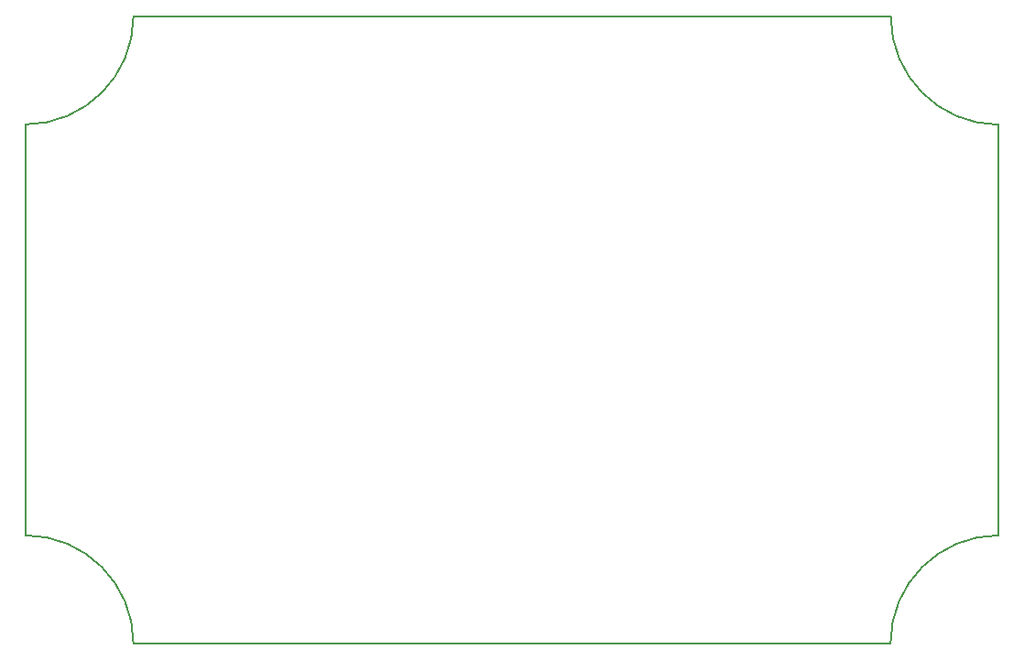
<source format=gko>
G04 Layer_Color=16711935*
%FSLAX23Y23*%
%MOIN*%
G70*
G01*
G75*
%ADD32C,0.006*%
%ADD51C,0.005*%
D32*
X394Y2283D02*
X3150D01*
X3543Y394D02*
Y1889D01*
X394Y-0D02*
X3149Y0D01*
X-0Y394D02*
X0Y1890D01*
D51*
X3543Y394D02*
G03*
X3149Y0I0J-394D01*
G01*
X394Y-0D02*
G03*
X-0Y394I-394J0D01*
G01*
X0Y1890D02*
G03*
X394Y2283I-0J394D01*
G01*
X3150D02*
G03*
X3543Y1890I394J0D01*
G01*
M02*

</source>
